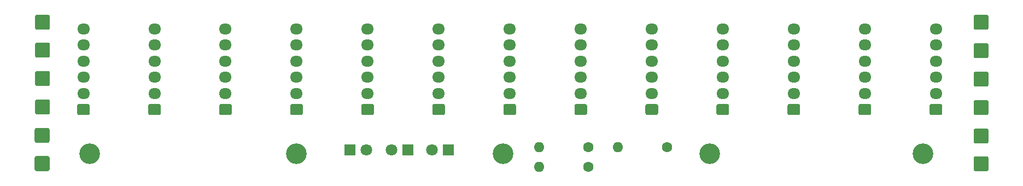
<source format=gbr>
%TF.GenerationSoftware,KiCad,Pcbnew,5.1.9+dfsg1-1~bpo10+1*%
%TF.CreationDate,2022-05-16T17:10:37+08:00*%
%TF.ProjectId,BusBoard,42757342-6f61-4726-942e-6b696361645f,rev?*%
%TF.SameCoordinates,Original*%
%TF.FileFunction,Soldermask,Top*%
%TF.FilePolarity,Negative*%
%FSLAX46Y46*%
G04 Gerber Fmt 4.6, Leading zero omitted, Abs format (unit mm)*
G04 Created by KiCad (PCBNEW 5.1.9+dfsg1-1~bpo10+1) date 2022-05-16 17:10:37*
%MOMM*%
%LPD*%
G01*
G04 APERTURE LIST*
%ADD10R,1.800000X1.800000*%
%ADD11C,1.800000*%
%ADD12O,1.950000X1.700000*%
%ADD13C,1.600000*%
%ADD14O,1.600000X1.600000*%
%ADD15C,3.200000*%
G04 APERTURE END LIST*
D10*
%TO.C,D1*%
X143234000Y-118242000D03*
D11*
X140694000Y-118242000D03*
%TD*%
%TO.C,D2*%
X146944000Y-118242000D03*
D10*
X149484000Y-118242000D03*
%TD*%
%TO.C,D3*%
X134234000Y-118242000D03*
D11*
X136774000Y-118242000D03*
%TD*%
%TO.C,J3*%
G36*
G01*
X93725000Y-112850000D02*
X92275000Y-112850000D01*
G75*
G02*
X92025000Y-112600000I0J250000D01*
G01*
X92025000Y-111400000D01*
G75*
G02*
X92275000Y-111150000I250000J0D01*
G01*
X93725000Y-111150000D01*
G75*
G02*
X93975000Y-111400000I0J-250000D01*
G01*
X93975000Y-112600000D01*
G75*
G02*
X93725000Y-112850000I-250000J0D01*
G01*
G37*
D12*
X93000000Y-109500000D03*
X93000000Y-107000000D03*
X93000000Y-104500000D03*
X93000000Y-102000000D03*
X93000000Y-99500000D03*
%TD*%
%TO.C,J4*%
X104000000Y-99500000D03*
X104000000Y-102000000D03*
X104000000Y-104500000D03*
X104000000Y-107000000D03*
X104000000Y-109500000D03*
G36*
G01*
X104725000Y-112850000D02*
X103275000Y-112850000D01*
G75*
G02*
X103025000Y-112600000I0J250000D01*
G01*
X103025000Y-111400000D01*
G75*
G02*
X103275000Y-111150000I250000J0D01*
G01*
X104725000Y-111150000D01*
G75*
G02*
X104975000Y-111400000I0J-250000D01*
G01*
X104975000Y-112600000D01*
G75*
G02*
X104725000Y-112850000I-250000J0D01*
G01*
G37*
%TD*%
%TO.C,J7*%
G36*
G01*
X115725000Y-112850000D02*
X114275000Y-112850000D01*
G75*
G02*
X114025000Y-112600000I0J250000D01*
G01*
X114025000Y-111400000D01*
G75*
G02*
X114275000Y-111150000I250000J0D01*
G01*
X115725000Y-111150000D01*
G75*
G02*
X115975000Y-111400000I0J-250000D01*
G01*
X115975000Y-112600000D01*
G75*
G02*
X115725000Y-112850000I-250000J0D01*
G01*
G37*
X115000000Y-109500000D03*
X115000000Y-107000000D03*
X115000000Y-104500000D03*
X115000000Y-102000000D03*
X115000000Y-99500000D03*
%TD*%
%TO.C,J10*%
X181000000Y-99500000D03*
X181000000Y-102000000D03*
X181000000Y-104500000D03*
X181000000Y-107000000D03*
X181000000Y-109500000D03*
G36*
G01*
X181725000Y-112850000D02*
X180275000Y-112850000D01*
G75*
G02*
X180025000Y-112600000I0J250000D01*
G01*
X180025000Y-111400000D01*
G75*
G02*
X180275000Y-111150000I250000J0D01*
G01*
X181725000Y-111150000D01*
G75*
G02*
X181975000Y-111400000I0J-250000D01*
G01*
X181975000Y-112600000D01*
G75*
G02*
X181725000Y-112850000I-250000J0D01*
G01*
G37*
%TD*%
%TO.C,J13*%
G36*
G01*
X192725000Y-112850000D02*
X191275000Y-112850000D01*
G75*
G02*
X191025000Y-112600000I0J250000D01*
G01*
X191025000Y-111400000D01*
G75*
G02*
X191275000Y-111150000I250000J0D01*
G01*
X192725000Y-111150000D01*
G75*
G02*
X192975000Y-111400000I0J-250000D01*
G01*
X192975000Y-112600000D01*
G75*
G02*
X192725000Y-112850000I-250000J0D01*
G01*
G37*
X192000000Y-109500000D03*
X192000000Y-107000000D03*
X192000000Y-104500000D03*
X192000000Y-102000000D03*
X192000000Y-99500000D03*
%TD*%
%TO.C,J14*%
X203000000Y-99500000D03*
X203000000Y-102000000D03*
X203000000Y-104500000D03*
X203000000Y-107000000D03*
X203000000Y-109500000D03*
G36*
G01*
X203725000Y-112850000D02*
X202275000Y-112850000D01*
G75*
G02*
X202025000Y-112600000I0J250000D01*
G01*
X202025000Y-111400000D01*
G75*
G02*
X202275000Y-111150000I250000J0D01*
G01*
X203725000Y-111150000D01*
G75*
G02*
X203975000Y-111400000I0J-250000D01*
G01*
X203975000Y-112600000D01*
G75*
G02*
X203725000Y-112850000I-250000J0D01*
G01*
G37*
%TD*%
%TO.C,J17*%
G36*
G01*
X214725000Y-112850000D02*
X213275000Y-112850000D01*
G75*
G02*
X213025000Y-112600000I0J250000D01*
G01*
X213025000Y-111400000D01*
G75*
G02*
X213275000Y-111150000I250000J0D01*
G01*
X214725000Y-111150000D01*
G75*
G02*
X214975000Y-111400000I0J-250000D01*
G01*
X214975000Y-112600000D01*
G75*
G02*
X214725000Y-112850000I-250000J0D01*
G01*
G37*
X214000000Y-109500000D03*
X214000000Y-107000000D03*
X214000000Y-104500000D03*
X214000000Y-102000000D03*
X214000000Y-99500000D03*
%TD*%
%TO.C,J18*%
X170000000Y-99500000D03*
X170000000Y-102000000D03*
X170000000Y-104500000D03*
X170000000Y-107000000D03*
X170000000Y-109500000D03*
G36*
G01*
X170725000Y-112850000D02*
X169275000Y-112850000D01*
G75*
G02*
X169025000Y-112600000I0J250000D01*
G01*
X169025000Y-111400000D01*
G75*
G02*
X169275000Y-111150000I250000J0D01*
G01*
X170725000Y-111150000D01*
G75*
G02*
X170975000Y-111400000I0J-250000D01*
G01*
X170975000Y-112600000D01*
G75*
G02*
X170725000Y-112850000I-250000J0D01*
G01*
G37*
%TD*%
%TO.C,J19*%
G36*
G01*
X159725000Y-112850000D02*
X158275000Y-112850000D01*
G75*
G02*
X158025000Y-112600000I0J250000D01*
G01*
X158025000Y-111400000D01*
G75*
G02*
X158275000Y-111150000I250000J0D01*
G01*
X159725000Y-111150000D01*
G75*
G02*
X159975000Y-111400000I0J-250000D01*
G01*
X159975000Y-112600000D01*
G75*
G02*
X159725000Y-112850000I-250000J0D01*
G01*
G37*
X159000000Y-109500000D03*
X159000000Y-107000000D03*
X159000000Y-104500000D03*
X159000000Y-102000000D03*
X159000000Y-99500000D03*
%TD*%
%TO.C,J20*%
X225000000Y-99500000D03*
X225000000Y-102000000D03*
X225000000Y-104500000D03*
X225000000Y-107000000D03*
X225000000Y-109500000D03*
G36*
G01*
X225725000Y-112850000D02*
X224275000Y-112850000D01*
G75*
G02*
X224025000Y-112600000I0J250000D01*
G01*
X224025000Y-111400000D01*
G75*
G02*
X224275000Y-111150000I250000J0D01*
G01*
X225725000Y-111150000D01*
G75*
G02*
X225975000Y-111400000I0J-250000D01*
G01*
X225975000Y-112600000D01*
G75*
G02*
X225725000Y-112850000I-250000J0D01*
G01*
G37*
%TD*%
%TO.C,J21*%
G36*
G01*
X148725000Y-112850000D02*
X147275000Y-112850000D01*
G75*
G02*
X147025000Y-112600000I0J250000D01*
G01*
X147025000Y-111400000D01*
G75*
G02*
X147275000Y-111150000I250000J0D01*
G01*
X148725000Y-111150000D01*
G75*
G02*
X148975000Y-111400000I0J-250000D01*
G01*
X148975000Y-112600000D01*
G75*
G02*
X148725000Y-112850000I-250000J0D01*
G01*
G37*
X148000000Y-109500000D03*
X148000000Y-107000000D03*
X148000000Y-104500000D03*
X148000000Y-102000000D03*
X148000000Y-99500000D03*
%TD*%
%TO.C,J22*%
X126000000Y-99500000D03*
X126000000Y-102000000D03*
X126000000Y-104500000D03*
X126000000Y-107000000D03*
X126000000Y-109500000D03*
G36*
G01*
X126725000Y-112850000D02*
X125275000Y-112850000D01*
G75*
G02*
X125025000Y-112600000I0J250000D01*
G01*
X125025000Y-111400000D01*
G75*
G02*
X125275000Y-111150000I250000J0D01*
G01*
X126725000Y-111150000D01*
G75*
G02*
X126975000Y-111400000I0J-250000D01*
G01*
X126975000Y-112600000D01*
G75*
G02*
X126725000Y-112850000I-250000J0D01*
G01*
G37*
%TD*%
%TO.C,J23*%
G36*
G01*
X137725000Y-112850000D02*
X136275000Y-112850000D01*
G75*
G02*
X136025000Y-112600000I0J250000D01*
G01*
X136025000Y-111400000D01*
G75*
G02*
X136275000Y-111150000I250000J0D01*
G01*
X137725000Y-111150000D01*
G75*
G02*
X137975000Y-111400000I0J-250000D01*
G01*
X137975000Y-112600000D01*
G75*
G02*
X137725000Y-112850000I-250000J0D01*
G01*
G37*
X137000000Y-109500000D03*
X137000000Y-107000000D03*
X137000000Y-104500000D03*
X137000000Y-102000000D03*
X137000000Y-99500000D03*
%TD*%
D13*
%TO.C,R1*%
X171196000Y-117856000D03*
D14*
X163576000Y-117856000D03*
%TD*%
%TO.C,R2*%
X163576000Y-120904000D03*
D13*
X171196000Y-120904000D03*
%TD*%
D14*
%TO.C,R3*%
X175768000Y-117856000D03*
D13*
X183388000Y-117856000D03*
%TD*%
D15*
%TO.C,H1*%
X93980000Y-118872000D03*
%TD*%
%TO.C,H2*%
X125984000Y-118872000D03*
%TD*%
%TO.C,H3*%
X157988000Y-118872000D03*
%TD*%
%TO.C,H4*%
X189992000Y-118872000D03*
%TD*%
%TO.C,H5*%
X223012000Y-118872000D03*
%TD*%
%TO.C,J1*%
G36*
G01*
X85749999Y-110450000D02*
X87550001Y-110450000D01*
G75*
G02*
X87800000Y-110699999I0J-249999D01*
G01*
X87800000Y-112500001D01*
G75*
G02*
X87550001Y-112750000I-249999J0D01*
G01*
X85749999Y-112750000D01*
G75*
G02*
X85500000Y-112500001I0J249999D01*
G01*
X85500000Y-110699999D01*
G75*
G02*
X85749999Y-110450000I249999J0D01*
G01*
G37*
%TD*%
%TO.C,J2*%
G36*
G01*
X231099999Y-110550000D02*
X232900001Y-110550000D01*
G75*
G02*
X233150000Y-110799999I0J-249999D01*
G01*
X233150000Y-112600001D01*
G75*
G02*
X232900001Y-112850000I-249999J0D01*
G01*
X231099999Y-112850000D01*
G75*
G02*
X230850000Y-112600001I0J249999D01*
G01*
X230850000Y-110799999D01*
G75*
G02*
X231099999Y-110550000I249999J0D01*
G01*
G37*
%TD*%
%TO.C,J5*%
G36*
G01*
X85699999Y-119210000D02*
X87500001Y-119210000D01*
G75*
G02*
X87750000Y-119459999I0J-249999D01*
G01*
X87750000Y-121260001D01*
G75*
G02*
X87500001Y-121510000I-249999J0D01*
G01*
X85699999Y-121510000D01*
G75*
G02*
X85450000Y-121260001I0J249999D01*
G01*
X85450000Y-119459999D01*
G75*
G02*
X85699999Y-119210000I249999J0D01*
G01*
G37*
%TD*%
%TO.C,J6*%
G36*
G01*
X231099999Y-119250000D02*
X232900001Y-119250000D01*
G75*
G02*
X233150000Y-119499999I0J-249999D01*
G01*
X233150000Y-121300001D01*
G75*
G02*
X232900001Y-121550000I-249999J0D01*
G01*
X231099999Y-121550000D01*
G75*
G02*
X230850000Y-121300001I0J249999D01*
G01*
X230850000Y-119499999D01*
G75*
G02*
X231099999Y-119250000I249999J0D01*
G01*
G37*
%TD*%
%TO.C,J8*%
G36*
G01*
X85749999Y-106050000D02*
X87550001Y-106050000D01*
G75*
G02*
X87800000Y-106299999I0J-249999D01*
G01*
X87800000Y-108100001D01*
G75*
G02*
X87550001Y-108350000I-249999J0D01*
G01*
X85749999Y-108350000D01*
G75*
G02*
X85500000Y-108100001I0J249999D01*
G01*
X85500000Y-106299999D01*
G75*
G02*
X85749999Y-106050000I249999J0D01*
G01*
G37*
%TD*%
%TO.C,J9*%
G36*
G01*
X231099999Y-106150000D02*
X232900001Y-106150000D01*
G75*
G02*
X233150000Y-106399999I0J-249999D01*
G01*
X233150000Y-108200001D01*
G75*
G02*
X232900001Y-108450000I-249999J0D01*
G01*
X231099999Y-108450000D01*
G75*
G02*
X230850000Y-108200001I0J249999D01*
G01*
X230850000Y-106399999D01*
G75*
G02*
X231099999Y-106150000I249999J0D01*
G01*
G37*
%TD*%
%TO.C,J11*%
G36*
G01*
X87500001Y-117150000D02*
X85699999Y-117150000D01*
G75*
G02*
X85450000Y-116900001I0J249999D01*
G01*
X85450000Y-115099999D01*
G75*
G02*
X85699999Y-114850000I249999J0D01*
G01*
X87500001Y-114850000D01*
G75*
G02*
X87750000Y-115099999I0J-249999D01*
G01*
X87750000Y-116900001D01*
G75*
G02*
X87500001Y-117150000I-249999J0D01*
G01*
G37*
%TD*%
%TO.C,J12*%
G36*
G01*
X231099999Y-114950000D02*
X232900001Y-114950000D01*
G75*
G02*
X233150000Y-115199999I0J-249999D01*
G01*
X233150000Y-117000001D01*
G75*
G02*
X232900001Y-117250000I-249999J0D01*
G01*
X231099999Y-117250000D01*
G75*
G02*
X230850000Y-117000001I0J249999D01*
G01*
X230850000Y-115199999D01*
G75*
G02*
X231099999Y-114950000I249999J0D01*
G01*
G37*
%TD*%
%TO.C,J15*%
G36*
G01*
X85749999Y-97350000D02*
X87550001Y-97350000D01*
G75*
G02*
X87800000Y-97599999I0J-249999D01*
G01*
X87800000Y-99400001D01*
G75*
G02*
X87550001Y-99650000I-249999J0D01*
G01*
X85749999Y-99650000D01*
G75*
G02*
X85500000Y-99400001I0J249999D01*
G01*
X85500000Y-97599999D01*
G75*
G02*
X85749999Y-97350000I249999J0D01*
G01*
G37*
%TD*%
%TO.C,J16*%
G36*
G01*
X231099999Y-97350000D02*
X232900001Y-97350000D01*
G75*
G02*
X233150000Y-97599999I0J-249999D01*
G01*
X233150000Y-99400001D01*
G75*
G02*
X232900001Y-99650000I-249999J0D01*
G01*
X231099999Y-99650000D01*
G75*
G02*
X230850000Y-99400001I0J249999D01*
G01*
X230850000Y-97599999D01*
G75*
G02*
X231099999Y-97350000I249999J0D01*
G01*
G37*
%TD*%
%TO.C,J24*%
G36*
G01*
X85749999Y-101650000D02*
X87550001Y-101650000D01*
G75*
G02*
X87800000Y-101899999I0J-249999D01*
G01*
X87800000Y-103700001D01*
G75*
G02*
X87550001Y-103950000I-249999J0D01*
G01*
X85749999Y-103950000D01*
G75*
G02*
X85500000Y-103700001I0J249999D01*
G01*
X85500000Y-101899999D01*
G75*
G02*
X85749999Y-101650000I249999J0D01*
G01*
G37*
%TD*%
%TO.C,J25*%
G36*
G01*
X231099999Y-101750000D02*
X232900001Y-101750000D01*
G75*
G02*
X233150000Y-101999999I0J-249999D01*
G01*
X233150000Y-103800001D01*
G75*
G02*
X232900001Y-104050000I-249999J0D01*
G01*
X231099999Y-104050000D01*
G75*
G02*
X230850000Y-103800001I0J249999D01*
G01*
X230850000Y-101999999D01*
G75*
G02*
X231099999Y-101750000I249999J0D01*
G01*
G37*
%TD*%
M02*

</source>
